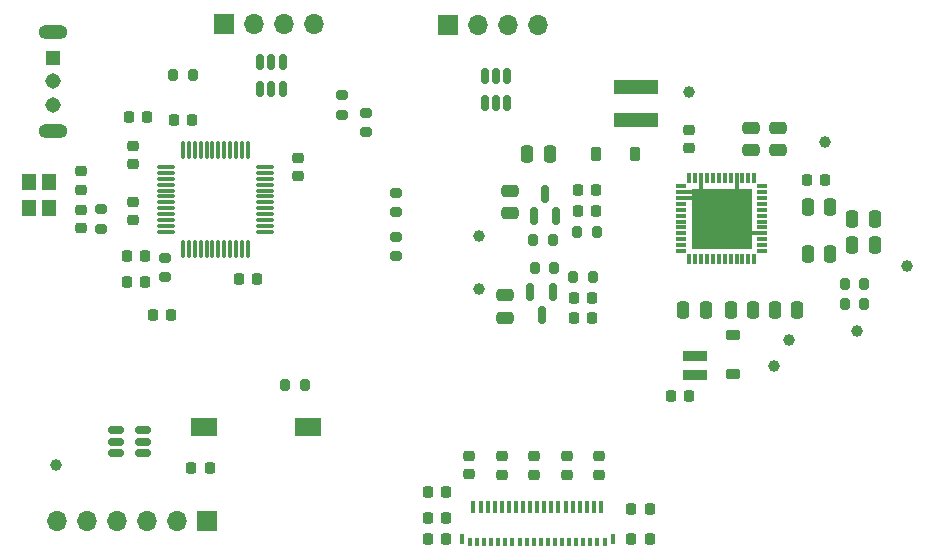
<source format=gbr>
%TF.GenerationSoftware,KiCad,Pcbnew,7.0.1*%
%TF.CreationDate,2023-04-19T22:54:29+02:00*%
%TF.ProjectId,ED060SC4_SPI_driver_board,45443036-3053-4433-945f-5350495f6472,rev?*%
%TF.SameCoordinates,Original*%
%TF.FileFunction,Copper,L1,Top*%
%TF.FilePolarity,Positive*%
%FSLAX46Y46*%
G04 Gerber Fmt 4.6, Leading zero omitted, Abs format (unit mm)*
G04 Created by KiCad (PCBNEW 7.0.1) date 2023-04-19 22:54:29*
%MOMM*%
%LPD*%
G01*
G04 APERTURE LIST*
G04 Aperture macros list*
%AMRoundRect*
0 Rectangle with rounded corners*
0 $1 Rounding radius*
0 $2 $3 $4 $5 $6 $7 $8 $9 X,Y pos of 4 corners*
0 Add a 4 corners polygon primitive as box body*
4,1,4,$2,$3,$4,$5,$6,$7,$8,$9,$2,$3,0*
0 Add four circle primitives for the rounded corners*
1,1,$1+$1,$2,$3*
1,1,$1+$1,$4,$5*
1,1,$1+$1,$6,$7*
1,1,$1+$1,$8,$9*
0 Add four rect primitives between the rounded corners*
20,1,$1+$1,$2,$3,$4,$5,0*
20,1,$1+$1,$4,$5,$6,$7,0*
20,1,$1+$1,$6,$7,$8,$9,0*
20,1,$1+$1,$8,$9,$2,$3,0*%
G04 Aperture macros list end*
%TA.AperFunction,SMDPad,CuDef*%
%ADD10C,1.000000*%
%TD*%
%TA.AperFunction,SMDPad,CuDef*%
%ADD11RoundRect,0.007800X0.422200X0.122200X-0.422200X0.122200X-0.422200X-0.122200X0.422200X-0.122200X0*%
%TD*%
%TA.AperFunction,SMDPad,CuDef*%
%ADD12RoundRect,0.007800X-0.122200X0.422200X-0.122200X-0.422200X0.122200X-0.422200X0.122200X0.422200X0*%
%TD*%
%TA.AperFunction,SMDPad,CuDef*%
%ADD13R,5.150000X5.150000*%
%TD*%
%TA.AperFunction,SMDPad,CuDef*%
%ADD14RoundRect,0.200000X0.200000X0.275000X-0.200000X0.275000X-0.200000X-0.275000X0.200000X-0.275000X0*%
%TD*%
%TA.AperFunction,SMDPad,CuDef*%
%ADD15RoundRect,0.150000X0.150000X-0.587500X0.150000X0.587500X-0.150000X0.587500X-0.150000X-0.587500X0*%
%TD*%
%TA.AperFunction,SMDPad,CuDef*%
%ADD16RoundRect,0.250000X-0.475000X0.250000X-0.475000X-0.250000X0.475000X-0.250000X0.475000X0.250000X0*%
%TD*%
%TA.AperFunction,SMDPad,CuDef*%
%ADD17RoundRect,0.225000X0.225000X0.250000X-0.225000X0.250000X-0.225000X-0.250000X0.225000X-0.250000X0*%
%TD*%
%TA.AperFunction,ComponentPad*%
%ADD18R,1.700000X1.700000*%
%TD*%
%TA.AperFunction,ComponentPad*%
%ADD19O,1.700000X1.700000*%
%TD*%
%TA.AperFunction,SMDPad,CuDef*%
%ADD20R,1.200000X1.400000*%
%TD*%
%TA.AperFunction,SMDPad,CuDef*%
%ADD21RoundRect,0.150000X-0.150000X0.512500X-0.150000X-0.512500X0.150000X-0.512500X0.150000X0.512500X0*%
%TD*%
%TA.AperFunction,SMDPad,CuDef*%
%ADD22RoundRect,0.150000X0.512500X0.150000X-0.512500X0.150000X-0.512500X-0.150000X0.512500X-0.150000X0*%
%TD*%
%TA.AperFunction,SMDPad,CuDef*%
%ADD23RoundRect,0.075000X-0.662500X-0.075000X0.662500X-0.075000X0.662500X0.075000X-0.662500X0.075000X0*%
%TD*%
%TA.AperFunction,SMDPad,CuDef*%
%ADD24RoundRect,0.075000X-0.075000X-0.662500X0.075000X-0.662500X0.075000X0.662500X-0.075000X0.662500X0*%
%TD*%
%TA.AperFunction,SMDPad,CuDef*%
%ADD25R,2.200000X1.600000*%
%TD*%
%TA.AperFunction,ComponentPad*%
%ADD26R,1.308000X1.308000*%
%TD*%
%TA.AperFunction,ComponentPad*%
%ADD27C,1.308000*%
%TD*%
%TA.AperFunction,ComponentPad*%
%ADD28O,2.460000X1.230000*%
%TD*%
%TA.AperFunction,SMDPad,CuDef*%
%ADD29RoundRect,0.200000X-0.275000X0.200000X-0.275000X-0.200000X0.275000X-0.200000X0.275000X0.200000X0*%
%TD*%
%TA.AperFunction,SMDPad,CuDef*%
%ADD30RoundRect,0.200000X-0.200000X-0.275000X0.200000X-0.275000X0.200000X0.275000X-0.200000X0.275000X0*%
%TD*%
%TA.AperFunction,SMDPad,CuDef*%
%ADD31RoundRect,0.200000X0.275000X-0.200000X0.275000X0.200000X-0.275000X0.200000X-0.275000X-0.200000X0*%
%TD*%
%TA.AperFunction,SMDPad,CuDef*%
%ADD32R,3.700000X1.200000*%
%TD*%
%TA.AperFunction,SMDPad,CuDef*%
%ADD33R,2.000000X0.850000*%
%TD*%
%TA.AperFunction,SMDPad,CuDef*%
%ADD34R,0.300000X0.800000*%
%TD*%
%TA.AperFunction,SMDPad,CuDef*%
%ADD35R,0.300000X1.000000*%
%TD*%
%TA.AperFunction,SMDPad,CuDef*%
%ADD36R,0.400000X0.950000*%
%TD*%
%TA.AperFunction,SMDPad,CuDef*%
%ADD37RoundRect,0.150000X-0.150000X0.587500X-0.150000X-0.587500X0.150000X-0.587500X0.150000X0.587500X0*%
%TD*%
%TA.AperFunction,SMDPad,CuDef*%
%ADD38RoundRect,0.225000X0.225000X0.375000X-0.225000X0.375000X-0.225000X-0.375000X0.225000X-0.375000X0*%
%TD*%
%TA.AperFunction,SMDPad,CuDef*%
%ADD39RoundRect,0.225000X-0.375000X0.225000X-0.375000X-0.225000X0.375000X-0.225000X0.375000X0.225000X0*%
%TD*%
%TA.AperFunction,SMDPad,CuDef*%
%ADD40RoundRect,0.218750X0.218750X0.256250X-0.218750X0.256250X-0.218750X-0.256250X0.218750X-0.256250X0*%
%TD*%
%TA.AperFunction,SMDPad,CuDef*%
%ADD41RoundRect,0.225000X-0.250000X0.225000X-0.250000X-0.225000X0.250000X-0.225000X0.250000X0.225000X0*%
%TD*%
%TA.AperFunction,SMDPad,CuDef*%
%ADD42RoundRect,0.225000X0.250000X-0.225000X0.250000X0.225000X-0.250000X0.225000X-0.250000X-0.225000X0*%
%TD*%
%TA.AperFunction,SMDPad,CuDef*%
%ADD43RoundRect,0.225000X-0.225000X-0.250000X0.225000X-0.250000X0.225000X0.250000X-0.225000X0.250000X0*%
%TD*%
%TA.AperFunction,SMDPad,CuDef*%
%ADD44RoundRect,0.250000X-0.250000X-0.475000X0.250000X-0.475000X0.250000X0.475000X-0.250000X0.475000X0*%
%TD*%
%TA.AperFunction,SMDPad,CuDef*%
%ADD45RoundRect,0.250000X0.475000X-0.250000X0.475000X0.250000X-0.475000X0.250000X-0.475000X-0.250000X0*%
%TD*%
%TA.AperFunction,SMDPad,CuDef*%
%ADD46RoundRect,0.250000X0.250000X0.475000X-0.250000X0.475000X-0.250000X-0.475000X0.250000X-0.475000X0*%
%TD*%
%TA.AperFunction,Conductor*%
%ADD47C,0.300000*%
%TD*%
%TA.AperFunction,Conductor*%
%ADD48C,0.250000*%
%TD*%
G04 APERTURE END LIST*
D10*
%TO.P,TP9,1,1*%
%TO.N,/TPS_~{INT}*%
X122325000Y-79625000D03*
%TD*%
%TO.P,TP8,1,1*%
%TO.N,/TPS_PWRGOOD*%
X108075000Y-59375000D03*
%TD*%
%TO.P,TP7,1,1*%
%TO.N,VCOM*%
X119575000Y-63625000D03*
%TD*%
%TO.P,TP6,1,1*%
%TO.N,-20V*%
X90325000Y-71625000D03*
%TD*%
%TO.P,TP5,1,1*%
%TO.N,+22V*%
X90325000Y-76125000D03*
%TD*%
%TO.P,TP4,1,1*%
%TO.N,-15V*%
X126575000Y-74125000D03*
%TD*%
%TO.P,TP3,1,1*%
%TO.N,+15V*%
X116575000Y-80375000D03*
%TD*%
%TO.P,TP2,1,1*%
%TO.N,+3.3V_{EPD}*%
X115325000Y-82625000D03*
%TD*%
%TO.P,TP1,1,1*%
%TO.N,+3.3V*%
X54500000Y-91000000D03*
%TD*%
D11*
%TO.P,U1,1,VREF*%
%TO.N,/EPD Power Rails/VREF*%
X114310000Y-72875000D03*
%TO.P,U1,2,~{INT}*%
%TO.N,/TPS_~{INT}*%
X114310000Y-72375000D03*
%TO.P,U1,3,VNEG*%
%TO.N,-15V*%
X114310000Y-71875000D03*
%TO.P,U1,4,VNEG_IN*%
%TO.N,/EPD Power Rails/VN*%
X114310000Y-71375000D03*
%TO.P,U1,5,WAKEUP*%
%TO.N,/TPS_WAKEUP*%
X114310000Y-70875000D03*
%TO.P,U1,6,DGND*%
%TO.N,GND*%
X114310000Y-70375000D03*
%TO.P,U1,7,INT_LDO*%
%TO.N,/EPD Power Rails/INT_LDO*%
X114310000Y-69875000D03*
%TO.P,U1,8,AGND1*%
%TO.N,GND*%
X114310000Y-69375000D03*
%TO.P,U1,9,VNEG_DIS*%
%TO.N,unconnected-(U1-VNEG_DIS-Pad9)*%
X114310000Y-68875000D03*
%TO.P,U1,10,VIN*%
%TO.N,+3.3V*%
X114310000Y-68375000D03*
%TO.P,U1,11*%
%TO.N,N/C*%
X114310000Y-67875000D03*
%TO.P,U1,12,VCOM_CTRL*%
%TO.N,/TPS_VCOM_CTRL*%
X114310000Y-67375000D03*
D12*
%TO.P,U1,13*%
%TO.N,N/C*%
X113625000Y-66690000D03*
%TO.P,U1,14,VCOM_DIS*%
%TO.N,unconnected-(U1-VCOM_DIS-Pad14)*%
X113125000Y-66690000D03*
%TO.P,U1,15,VCOM*%
%TO.N,VCOM*%
X112625000Y-66690000D03*
%TO.P,U1,16,VCOM_PWR*%
%TO.N,/EPD Power Rails/VN*%
X112125000Y-66690000D03*
%TO.P,U1,17,SCL*%
%TO.N,/I2C1_SCL*%
X111625000Y-66690000D03*
%TO.P,U1,18,SDA*%
%TO.N,/I2C1_SDA*%
X111125000Y-66690000D03*
%TO.P,U1,19,VPOS_DIS*%
%TO.N,unconnected-(U1-VPOS_DIS-Pad19)*%
X110625000Y-66690000D03*
%TO.P,U1,20*%
%TO.N,N/C*%
X110125000Y-66690000D03*
%TO.P,U1,21,PWRUP*%
%TO.N,/TPS_PWRUP*%
X109625000Y-66690000D03*
%TO.P,U1,22,PBKG*%
%TO.N,/EPD Power Rails/VN*%
X109125000Y-66690000D03*
%TO.P,U1,23,PWR_GOOD*%
%TO.N,/TPS_PWRGOOD*%
X108625000Y-66690000D03*
%TO.P,U1,24,VIN_P*%
%TO.N,+3.3V*%
X108125000Y-66690000D03*
D11*
%TO.P,U1,25,VN_SW*%
%TO.N,/EPD Power Rails/VN_SW*%
X107440000Y-67375000D03*
%TO.P,U1,26,VN*%
%TO.N,/EPD Power Rails/VN*%
X107440000Y-67875000D03*
%TO.P,U1,27,VEE_IN*%
X107440000Y-68375000D03*
%TO.P,U1,28,VEE_DRV*%
%TO.N,/EPD Power Rails/VEE_DRV*%
X107440000Y-68875000D03*
%TO.P,U1,29,VEE_DIS*%
%TO.N,unconnected-(U1-VEE_DIS-Pad29)*%
X107440000Y-69375000D03*
%TO.P,U1,30,VEE_D*%
%TO.N,/EPD Power Rails/VEE_D*%
X107440000Y-69875000D03*
%TO.P,U1,31,VEE_FB*%
%TO.N,/EPD Power Rails/VEE_FB*%
X107440000Y-70375000D03*
%TO.P,U1,32,PGND2*%
%TO.N,GND*%
X107440000Y-70875000D03*
%TO.P,U1,33,VDDH_FB*%
%TO.N,/EPD Power Rails/VDDH_FB*%
X107440000Y-71375000D03*
%TO.P,U1,34,VDDH_D*%
%TO.N,/EPD Power Rails/VDDH_D*%
X107440000Y-71875000D03*
%TO.P,U1,35,VDDH_DIS*%
%TO.N,unconnected-(U1-VDDH_DIS-Pad35)*%
X107440000Y-72375000D03*
%TO.P,U1,36,VDDH_DRV*%
%TO.N,/EPD Power Rails/VDDH_DRV*%
X107440000Y-72875000D03*
D12*
%TO.P,U1,37,VDDH_IN*%
%TO.N,/EPD Power Rails/VB*%
X108125000Y-73560000D03*
%TO.P,U1,38*%
%TO.N,N/C*%
X108625000Y-73560000D03*
%TO.P,U1,39*%
X109125000Y-73560000D03*
%TO.P,U1,40,VB_SW*%
%TO.N,/EPD Power Rails/VB_SW*%
X109625000Y-73560000D03*
%TO.P,U1,41,PGDN1*%
%TO.N,GND*%
X110125000Y-73560000D03*
%TO.P,U1,42,VB*%
%TO.N,/EPD Power Rails/VB*%
X110625000Y-73560000D03*
%TO.P,U1,43,VPOS_IN*%
X111125000Y-73560000D03*
%TO.P,U1,44,VPOS*%
%TO.N,+15V*%
X111625000Y-73560000D03*
%TO.P,U1,45,VIN3P3*%
%TO.N,+3.3V*%
X112125000Y-73560000D03*
%TO.P,U1,46,V3P3*%
%TO.N,+3.3V_{EPD}*%
X112625000Y-73560000D03*
%TO.P,U1,47,TS*%
%TO.N,/EPD Power Rails/TS*%
X113125000Y-73560000D03*
%TO.P,U1,48,AGND2*%
%TO.N,GND*%
X113625000Y-73560000D03*
D13*
%TO.P,U1,49,SUBSTRATE*%
%TO.N,/EPD Power Rails/VN*%
X110875000Y-70125000D03*
%TD*%
D14*
%TO.P,R9,1*%
%TO.N,GND*%
X100306252Y-71226248D03*
%TO.P,R9,2*%
%TO.N,/EPD Power Rails/VEE_FB*%
X98656252Y-71226248D03*
%TD*%
%TO.P,R8,1*%
%TO.N,/EPD Power Rails/VEE_FB*%
X96556252Y-71976248D03*
%TO.P,R8,2*%
%TO.N,-20V*%
X94906252Y-71976248D03*
%TD*%
D15*
%TO.P,D1,1,A*%
%TO.N,-20V*%
X94975000Y-69940000D03*
%TO.P,D1,2,K*%
%TO.N,/EPD Power Rails/VEE_D*%
X96875000Y-69940000D03*
%TO.P,D1,3,common*%
%TO.N,/EPD Power Rails/vee_drv_0*%
X95925000Y-68065000D03*
%TD*%
D16*
%TO.P,C19,1*%
%TO.N,GND*%
X92981252Y-67776248D03*
%TO.P,C19,2*%
%TO.N,-20V*%
X92981252Y-69676248D03*
%TD*%
D17*
%TO.P,C16,1*%
%TO.N,GND*%
X100256252Y-69476248D03*
%TO.P,C16,2*%
%TO.N,/EPD Power Rails/VEE_D*%
X98706252Y-69476248D03*
%TD*%
%TO.P,C15,1*%
%TO.N,/EPD Power Rails/VEE_DRV*%
X100256252Y-67726248D03*
%TO.P,C15,2*%
%TO.N,/EPD Power Rails/vee_drv_0*%
X98706252Y-67726248D03*
%TD*%
D18*
%TO.P,J2,1,Pin_1*%
%TO.N,GND*%
X67293200Y-95750000D03*
D19*
%TO.P,J2,2,Pin_2*%
%TO.N,/SPI1_MOSI*%
X64753200Y-95750000D03*
%TO.P,J2,3,Pin_3*%
%TO.N,/SPI1_MISO*%
X62213200Y-95750000D03*
%TO.P,J2,4,Pin_4*%
%TO.N,/SPI1_SCK*%
X59673200Y-95750000D03*
%TO.P,J2,5,Pin_5*%
%TO.N,/~{SPI1_CS}*%
X57133200Y-95750000D03*
%TO.P,J2,6,Pin_6*%
%TO.N,+3.3V*%
X54593200Y-95750000D03*
%TD*%
D20*
%TO.P,Y1,1,1*%
%TO.N,/HSE_IN*%
X52250000Y-67050000D03*
%TO.P,Y1,2,2*%
%TO.N,GND*%
X52250000Y-69250000D03*
%TO.P,Y1,3,3*%
%TO.N,/HSE_OUT_CRYSTAL*%
X53950000Y-69250000D03*
%TO.P,Y1,4,4*%
%TO.N,GND*%
X53950000Y-67050000D03*
%TD*%
D21*
%TO.P,U5,1,I/O1*%
%TO.N,/USART1_RX*%
X92710000Y-58087500D03*
%TO.P,U5,2,GND*%
%TO.N,GND*%
X91760000Y-58087500D03*
%TO.P,U5,3,I/O2*%
%TO.N,/USART1_TX*%
X90810000Y-58087500D03*
%TO.P,U5,4,I/O2*%
X90810000Y-60362500D03*
%TO.P,U5,5,VBUS*%
%TO.N,+3.3V*%
X91760000Y-60362500D03*
%TO.P,U5,6,I/O1*%
%TO.N,/USART1_RX*%
X92710000Y-60362500D03*
%TD*%
%TO.P,U4,1,I/O1*%
%TO.N,/SWDIO*%
X73700000Y-56862500D03*
%TO.P,U4,2,GND*%
%TO.N,GND*%
X72750000Y-56862500D03*
%TO.P,U4,3,I/O2*%
%TO.N,/SWCLK*%
X71800000Y-56862500D03*
%TO.P,U4,4,I/O2*%
X71800000Y-59137500D03*
%TO.P,U4,5,VBUS*%
%TO.N,+3.3V*%
X72750000Y-59137500D03*
%TO.P,U4,6,I/O1*%
%TO.N,/SWDIO*%
X73700000Y-59137500D03*
%TD*%
D22*
%TO.P,U3,1,I/O1*%
%TO.N,/SPI1_MOSI*%
X61890700Y-89950000D03*
%TO.P,U3,2,GND*%
%TO.N,GND*%
X61890700Y-89000000D03*
%TO.P,U3,3,I/O2*%
%TO.N,/SPI1_MISO*%
X61890700Y-88050000D03*
%TO.P,U3,4,I/O3*%
%TO.N,/SPI1_SCK*%
X59615700Y-88050000D03*
%TO.P,U3,5,VBUS*%
%TO.N,+3.3V*%
X59615700Y-89000000D03*
%TO.P,U3,6,I/O4*%
%TO.N,/~{SPI1_CS}*%
X59615700Y-89950000D03*
%TD*%
D23*
%TO.P,U2,1,VBAT*%
%TO.N,+3.3V*%
X63837500Y-65750000D03*
%TO.P,U2,2,PC13*%
%TO.N,/EPD_OE*%
X63837500Y-66250000D03*
%TO.P,U2,3,PC14*%
%TO.N,/D0*%
X63837500Y-66750000D03*
%TO.P,U2,4,PC15*%
%TO.N,/D1*%
X63837500Y-67250000D03*
%TO.P,U2,5,PD0*%
%TO.N,/HSE_IN*%
X63837500Y-67750000D03*
%TO.P,U2,6,PD1*%
%TO.N,/HSE_OUT*%
X63837500Y-68250000D03*
%TO.P,U2,7,NRST*%
%TO.N,/NRST*%
X63837500Y-68750000D03*
%TO.P,U2,8,VSSA*%
%TO.N,GND*%
X63837500Y-69250000D03*
%TO.P,U2,9,VDDA*%
%TO.N,+3.3VA*%
X63837500Y-69750000D03*
%TO.P,U2,10,PA0*%
%TO.N,/EPD_CLK*%
X63837500Y-70250000D03*
%TO.P,U2,11,PA1*%
%TO.N,/EPD_SPH*%
X63837500Y-70750000D03*
%TO.P,U2,12,PA2*%
%TO.N,/EPD_LE*%
X63837500Y-71250000D03*
D24*
%TO.P,U2,13,PA3*%
%TO.N,unconnected-(U2-PA3-Pad13)*%
X65250000Y-72662500D03*
%TO.P,U2,14,PA4*%
%TO.N,/~{SPI1_CS}*%
X65750000Y-72662500D03*
%TO.P,U2,15,PA5*%
%TO.N,/SPI1_SCK*%
X66250000Y-72662500D03*
%TO.P,U2,16,PA6*%
%TO.N,/SPI1_MISO*%
X66750000Y-72662500D03*
%TO.P,U2,17,PA7*%
%TO.N,/SPI1_MOSI*%
X67250000Y-72662500D03*
%TO.P,U2,18,PB0*%
%TO.N,/D2*%
X67750000Y-72662500D03*
%TO.P,U2,19,PB1*%
%TO.N,/D3*%
X68250000Y-72662500D03*
%TO.P,U2,20,PB2*%
%TO.N,/D4*%
X68750000Y-72662500D03*
%TO.P,U2,21,PB10*%
%TO.N,/EPD_CKV*%
X69250000Y-72662500D03*
%TO.P,U2,22,PB11*%
%TO.N,/TPS_WAKEUP*%
X69750000Y-72662500D03*
%TO.P,U2,23,VSS*%
%TO.N,GND*%
X70250000Y-72662500D03*
%TO.P,U2,24,VDD*%
%TO.N,+3.3V*%
X70750000Y-72662500D03*
D23*
%TO.P,U2,25,PB12*%
%TO.N,/TPS_PWRUP*%
X72162500Y-71250000D03*
%TO.P,U2,26,PB13*%
%TO.N,/TPS_VCOM_CTRL*%
X72162500Y-70750000D03*
%TO.P,U2,27,PB14*%
%TO.N,/TPS_PWRGOOD*%
X72162500Y-70250000D03*
%TO.P,U2,28,PB15*%
%TO.N,/TPS_~{INT}*%
X72162500Y-69750000D03*
%TO.P,U2,29,PA8*%
%TO.N,unconnected-(U2-PA8-Pad29)*%
X72162500Y-69250000D03*
%TO.P,U2,30,PA9*%
%TO.N,/USART1_RX*%
X72162500Y-68750000D03*
%TO.P,U2,31,PA10*%
%TO.N,/USART1_TX*%
X72162500Y-68250000D03*
%TO.P,U2,32,PA11*%
%TO.N,unconnected-(U2-PA11-Pad32)*%
X72162500Y-67750000D03*
%TO.P,U2,33,PA12*%
%TO.N,unconnected-(U2-PA12-Pad33)*%
X72162500Y-67250000D03*
%TO.P,U2,34,PA13*%
%TO.N,/SWDIO*%
X72162500Y-66750000D03*
%TO.P,U2,35,VSS*%
%TO.N,GND*%
X72162500Y-66250000D03*
%TO.P,U2,36,VDD*%
%TO.N,+3.3V*%
X72162500Y-65750000D03*
D24*
%TO.P,U2,37,PA14*%
%TO.N,/SWCLK*%
X70750000Y-64337500D03*
%TO.P,U2,38,PA15*%
%TO.N,unconnected-(U2-PA15-Pad38)*%
X70250000Y-64337500D03*
%TO.P,U2,39,PB3*%
%TO.N,/D5*%
X69750000Y-64337500D03*
%TO.P,U2,40,PB4*%
%TO.N,/D6*%
X69250000Y-64337500D03*
%TO.P,U2,41,PB5*%
%TO.N,/D7*%
X68750000Y-64337500D03*
%TO.P,U2,42,PB6*%
%TO.N,/I2C1_SCL*%
X68250000Y-64337500D03*
%TO.P,U2,43,PB7*%
%TO.N,/I2C1_SDA*%
X67750000Y-64337500D03*
%TO.P,U2,44,BOOT0*%
%TO.N,/BOOT0*%
X67250000Y-64337500D03*
%TO.P,U2,45,PB8*%
%TO.N,/EPD_GMODE*%
X66750000Y-64337500D03*
%TO.P,U2,46,PB9*%
%TO.N,/EPD_SPV*%
X66250000Y-64337500D03*
%TO.P,U2,47,VSS*%
%TO.N,GND*%
X65750000Y-64337500D03*
%TO.P,U2,48,VDD*%
%TO.N,+3.3V*%
X65250000Y-64337500D03*
%TD*%
D14*
%TO.P,TH1,1*%
%TO.N,GND*%
X122950000Y-75625000D03*
%TO.P,TH1,2*%
%TO.N,/EPD Power Rails/TS*%
X121300000Y-75625000D03*
%TD*%
D25*
%TO.P,SW2,1*%
%TO.N,/PWR_ON_LED*%
X67003200Y-87750000D03*
%TO.P,SW2,2*%
%TO.N,Net-(R3-Pad1)*%
X75803200Y-87750000D03*
%TD*%
D26*
%TO.P,SW1,1,A*%
%TO.N,GND*%
X54250000Y-56500000D03*
D27*
%TO.P,SW1,2,B*%
%TO.N,/SW_BOOT0*%
X54250000Y-58500000D03*
%TO.P,SW1,3,C*%
%TO.N,+3.3V*%
X54250000Y-60500000D03*
D28*
%TO.P,SW1,S1*%
%TO.N,N/C*%
X54250000Y-54300000D03*
%TO.P,SW1,S2*%
X54250000Y-62700000D03*
%TD*%
D29*
%TO.P,R14,1*%
%TO.N,+3.3V*%
X78750000Y-59675000D03*
%TO.P,R14,2*%
%TO.N,/I2C1_SDA*%
X78750000Y-61325000D03*
%TD*%
%TO.P,R12,1*%
%TO.N,+3.3V*%
X80750000Y-61175000D03*
%TO.P,R12,2*%
%TO.N,/I2C1_SCL*%
X80750000Y-62825000D03*
%TD*%
D30*
%TO.P,R10,1*%
%TO.N,/SW_BOOT0*%
X64425000Y-58000000D03*
%TO.P,R10,2*%
%TO.N,/BOOT0*%
X66075000Y-58000000D03*
%TD*%
D31*
%TO.P,R7,1*%
%TO.N,+3.3V*%
X83250000Y-73325000D03*
%TO.P,R7,2*%
%TO.N,/TPS_PWRGOOD*%
X83250000Y-71675000D03*
%TD*%
D29*
%TO.P,R6,1*%
%TO.N,+3.3V*%
X83250000Y-67925000D03*
%TO.P,R6,2*%
%TO.N,/TPS_~{INT}*%
X83250000Y-69575000D03*
%TD*%
D31*
%TO.P,R5,2*%
%TO.N,/HSE_OUT*%
X58350000Y-69325000D03*
%TO.P,R5,1*%
%TO.N,/HSE_OUT_CRYSTAL*%
X58350000Y-70975000D03*
%TD*%
D14*
%TO.P,R4,1*%
%TO.N,GND*%
X122950000Y-77375000D03*
%TO.P,R4,2*%
%TO.N,/EPD Power Rails/TS*%
X121300000Y-77375000D03*
%TD*%
%TO.P,R3,1*%
%TO.N,Net-(R3-Pad1)*%
X75575000Y-84250000D03*
%TO.P,R3,2*%
%TO.N,GND*%
X73925000Y-84250000D03*
%TD*%
%TO.P,R2,1*%
%TO.N,GND*%
X99950000Y-75062500D03*
%TO.P,R2,2*%
%TO.N,/EPD Power Rails/VDDH_FB*%
X98300000Y-75062500D03*
%TD*%
%TO.P,R1,2*%
%TO.N,+22V*%
X95050000Y-74312500D03*
%TO.P,R1,1*%
%TO.N,/EPD Power Rails/VDDH_FB*%
X96700000Y-74312500D03*
%TD*%
D32*
%TO.P,L2,1,1*%
%TO.N,GND*%
X103625000Y-58975000D03*
%TO.P,L2,2,2*%
%TO.N,/EPD Power Rails/VN_SW*%
X103625000Y-61775000D03*
%TD*%
D33*
%TO.P,L1,1,1*%
%TO.N,+3.3V*%
X108575000Y-83375000D03*
%TO.P,L1,2,2*%
%TO.N,/EPD Power Rails/VB_SW*%
X108575000Y-81725000D03*
%TD*%
D18*
%TO.P,J4,1,Pin_1*%
%TO.N,GND*%
X68700000Y-53612500D03*
D19*
%TO.P,J4,2,Pin_2*%
%TO.N,/SWCLK*%
X71240000Y-53612500D03*
%TO.P,J4,3,Pin_3*%
%TO.N,/SWDIO*%
X73780000Y-53612500D03*
%TO.P,J4,4,Pin_4*%
%TO.N,+3.3V*%
X76320000Y-53612500D03*
%TD*%
%TO.P,J3,4,Pin_4*%
%TO.N,+3.3V*%
X95330000Y-53725000D03*
%TO.P,J3,3,Pin_3*%
%TO.N,/USART1_RX*%
X92790000Y-53725000D03*
%TO.P,J3,2,Pin_2*%
%TO.N,/USART1_TX*%
X90250000Y-53725000D03*
D18*
%TO.P,J3,1,Pin_1*%
%TO.N,GND*%
X87710000Y-53725000D03*
%TD*%
D34*
%TO.P,J1,1,VNEG*%
%TO.N,-15V*%
X89550000Y-97500000D03*
D35*
%TO.P,J1,2,VPOS*%
%TO.N,+15V*%
X89850000Y-94500000D03*
D34*
%TO.P,J1,3,GND*%
%TO.N,GND*%
X90150000Y-97500000D03*
D35*
%TO.P,J1,4,VDD*%
%TO.N,+3.3V_{EPD}*%
X90450000Y-94500000D03*
D34*
%TO.P,J1,5,CLK*%
%TO.N,/EPD_CLK*%
X90750000Y-97500000D03*
D35*
%TO.P,J1,6,LE*%
%TO.N,/EPD_LE*%
X91050000Y-94500000D03*
D34*
%TO.P,J1,7,OE*%
%TO.N,/EPD_OE*%
X91350000Y-97500000D03*
D35*
%TO.P,J1,8,SHR*%
%TO.N,+3.3V_{EPD}*%
X91650000Y-94500000D03*
D34*
%TO.P,J1,9,CE1*%
%TO.N,GND*%
X91950000Y-97500000D03*
D35*
%TO.P,J1,10,CE2*%
%TO.N,+3.3V_{EPD}*%
X92250000Y-94500000D03*
D34*
%TO.P,J1,11,SPH*%
%TO.N,/EPD_SPH*%
X92550000Y-97500000D03*
D35*
%TO.P,J1,12,D0*%
%TO.N,/D0*%
X92850000Y-94500000D03*
D34*
%TO.P,J1,13,D1*%
%TO.N,/D1*%
X93150000Y-97500000D03*
D35*
%TO.P,J1,14,D2*%
%TO.N,/D2*%
X93450000Y-94500000D03*
D34*
%TO.P,J1,15,D3*%
%TO.N,/D3*%
X93750000Y-97500000D03*
D35*
%TO.P,J1,16,D4*%
%TO.N,/D4*%
X94050000Y-94500000D03*
D34*
%TO.P,J1,17,D5*%
%TO.N,/D5*%
X94350000Y-97500000D03*
D35*
%TO.P,J1,18,D6*%
%TO.N,/D6*%
X94650000Y-94500000D03*
D34*
%TO.P,J1,19,D7*%
%TO.N,/D7*%
X94950000Y-97500000D03*
D35*
%TO.P,J1,20,NC*%
%TO.N,unconnected-(J1-NC-Pad20)*%
X95250000Y-94500000D03*
D34*
%TO.P,J1,21,NC*%
%TO.N,unconnected-(J1-NC-Pad21)*%
X95550000Y-97500000D03*
D35*
%TO.P,J1,22,VCOM*%
%TO.N,VCOM*%
X95850000Y-94500000D03*
D34*
%TO.P,J1,23,GVDD*%
%TO.N,+22V*%
X96150000Y-97500000D03*
D35*
%TO.P,J1,24,GVEE*%
%TO.N,-20V*%
X96450000Y-94500000D03*
D34*
%TO.P,J1,25,NC*%
%TO.N,unconnected-(J1-NC-Pad25)*%
X96750000Y-97500000D03*
D35*
%TO.P,J1,26,NC*%
%TO.N,unconnected-(J1-NC-Pad26)*%
X97050000Y-94500000D03*
D34*
%TO.P,J1,27,GMODE2*%
%TO.N,/EPD_GMODE*%
X97350000Y-97500000D03*
D35*
%TO.P,J1,28,GMODE1*%
X97650000Y-94500000D03*
D34*
%TO.P,J1,29,RL*%
%TO.N,+3.3V_{EPD}*%
X97950000Y-97500000D03*
D35*
%TO.P,J1,30,U1CE2*%
X98250000Y-94500000D03*
D34*
%TO.P,J1,31,U1CE1*%
%TO.N,GND*%
X98550000Y-97500000D03*
D35*
%TO.P,J1,32,U1SPV*%
%TO.N,/EPD_SPV*%
X98850000Y-94500000D03*
D34*
%TO.P,J1,33,U1CKV*%
%TO.N,/EPD_CKV*%
X99150000Y-97500000D03*
D35*
%TO.P,J1,34,VBORDER*%
%TO.N,GND*%
X99450000Y-94500000D03*
D34*
%TO.P,J1,35,U2CE2*%
%TO.N,+3.3V_{EPD}*%
X99750000Y-97500000D03*
D35*
%TO.P,J1,36,U2CE1*%
X100050000Y-94500000D03*
D34*
%TO.P,J1,37,U2SPV*%
%TO.N,/EPD_SPV*%
X100350000Y-97500000D03*
D35*
%TO.P,J1,38,U2CKV*%
%TO.N,/EPD_CKV*%
X100650000Y-94500000D03*
D34*
%TO.P,J1,39,NC*%
%TO.N,unconnected-(J1-NC-Pad39)*%
X100950000Y-97500000D03*
D36*
%TO.P,J1,S1*%
%TO.N,N/C*%
X88850000Y-97225000D03*
%TO.P,J1,S2*%
X101650000Y-97225000D03*
%TD*%
D29*
%TO.P,FB1,1*%
%TO.N,+3.3VA*%
X63750000Y-73425000D03*
%TO.P,FB1,2*%
%TO.N,+3.3V*%
X63750000Y-75075000D03*
%TD*%
D37*
%TO.P,D8,1,A*%
%TO.N,/EPD Power Rails/VDDH_D*%
X96575000Y-76375000D03*
%TO.P,D8,2,K*%
%TO.N,+22V*%
X94675000Y-76375000D03*
%TO.P,D8,3,common*%
%TO.N,/EPD Power Rails/vddh_drv_0*%
X95625000Y-78250000D03*
%TD*%
D38*
%TO.P,D4,1,K*%
%TO.N,/EPD Power Rails/VN_SW*%
X103525000Y-64625000D03*
%TO.P,D4,2,A*%
%TO.N,/EPD Power Rails/VN*%
X100225000Y-64625000D03*
%TD*%
D39*
%TO.P,D3,1,K*%
%TO.N,/EPD Power Rails/VB*%
X111825000Y-79975000D03*
%TO.P,D3,2,A*%
%TO.N,/EPD Power Rails/VB_SW*%
X111825000Y-83275000D03*
%TD*%
D40*
%TO.P,D2,1,K*%
%TO.N,/PWR_ON_LED*%
X67537500Y-91250000D03*
%TO.P,D2,2,A*%
%TO.N,+3.3V*%
X65962500Y-91250000D03*
%TD*%
D41*
%TO.P,C41,1*%
%TO.N,-20V*%
X97750000Y-90250000D03*
%TO.P,C41,2*%
%TO.N,GND*%
X97750000Y-91800000D03*
%TD*%
D17*
%TO.P,C39,1*%
%TO.N,-15V*%
X87525000Y-97250000D03*
%TO.P,C39,2*%
%TO.N,GND*%
X85975000Y-97250000D03*
%TD*%
D42*
%TO.P,C38,1*%
%TO.N,+15V*%
X89500000Y-91750000D03*
%TO.P,C38,2*%
%TO.N,GND*%
X89500000Y-90200000D03*
%TD*%
D43*
%TO.P,C37,1*%
%TO.N,+3.3V_{EPD}*%
X85975000Y-95500000D03*
%TO.P,C37,2*%
%TO.N,GND*%
X87525000Y-95500000D03*
%TD*%
D17*
%TO.P,C36,1*%
%TO.N,+3.3V_{EPD}*%
X87525000Y-93250000D03*
%TO.P,C36,2*%
%TO.N,GND*%
X85975000Y-93250000D03*
%TD*%
D43*
%TO.P,C35,1*%
%TO.N,+3.3V_{EPD}*%
X103225000Y-94750000D03*
%TO.P,C35,2*%
%TO.N,GND*%
X104775000Y-94750000D03*
%TD*%
D42*
%TO.P,C34,1*%
%TO.N,+3.3V_{EPD}*%
X100500000Y-91800000D03*
%TO.P,C34,2*%
%TO.N,GND*%
X100500000Y-90250000D03*
%TD*%
%TO.P,C33,1*%
%TO.N,+3.3V_{EPD}*%
X92250000Y-91800000D03*
%TO.P,C33,2*%
%TO.N,GND*%
X92250000Y-90250000D03*
%TD*%
D43*
%TO.P,C32,1*%
%TO.N,+3.3V_{EPD}*%
X103225000Y-97250000D03*
%TO.P,C32,2*%
%TO.N,GND*%
X104775000Y-97250000D03*
%TD*%
D42*
%TO.P,C31,1*%
%TO.N,+3.3V_{EPD}*%
X95000000Y-91800000D03*
%TO.P,C31,2*%
%TO.N,GND*%
X95000000Y-90250000D03*
%TD*%
D41*
%TO.P,C30,2*%
%TO.N,/HSE_OUT_CRYSTAL*%
X56600000Y-70925000D03*
%TO.P,C30,1*%
%TO.N,GND*%
X56600000Y-69375000D03*
%TD*%
%TO.P,C29,1*%
%TO.N,GND*%
X56600000Y-66125000D03*
%TO.P,C29,2*%
%TO.N,/HSE_IN*%
X56600000Y-67675000D03*
%TD*%
D43*
%TO.P,C28,1*%
%TO.N,GND*%
X62725000Y-78250000D03*
%TO.P,C28,2*%
%TO.N,/NRST*%
X64275000Y-78250000D03*
%TD*%
D17*
%TO.P,C27,1*%
%TO.N,+3.3V*%
X62025000Y-75500000D03*
%TO.P,C27,2*%
%TO.N,GND*%
X60475000Y-75500000D03*
%TD*%
%TO.P,C26,1*%
%TO.N,+3.3VA*%
X62025000Y-73250000D03*
%TO.P,C26,2*%
%TO.N,GND*%
X60475000Y-73250000D03*
%TD*%
D42*
%TO.P,C25,1*%
%TO.N,+3.3VA*%
X61000000Y-70275000D03*
%TO.P,C25,2*%
%TO.N,GND*%
X61000000Y-68725000D03*
%TD*%
D17*
%TO.P,C24,2*%
%TO.N,GND*%
X60700000Y-61500000D03*
%TO.P,C24,1*%
%TO.N,+3.3V*%
X62250000Y-61500000D03*
%TD*%
D41*
%TO.P,C23,1*%
%TO.N,+3.3V*%
X75000000Y-64975000D03*
%TO.P,C23,2*%
%TO.N,GND*%
X75000000Y-66525000D03*
%TD*%
D43*
%TO.P,C22,1*%
%TO.N,+3.3V*%
X64475000Y-61750000D03*
%TO.P,C22,2*%
%TO.N,GND*%
X66025000Y-61750000D03*
%TD*%
D17*
%TO.P,C21,1*%
%TO.N,+3.3V*%
X71525000Y-75250000D03*
%TO.P,C21,2*%
%TO.N,GND*%
X69975000Y-75250000D03*
%TD*%
D42*
%TO.P,C20,1*%
%TO.N,+3.3V*%
X61000000Y-65525000D03*
%TO.P,C20,2*%
%TO.N,GND*%
X61000000Y-63975000D03*
%TD*%
D44*
%TO.P,C18,1*%
%TO.N,GND*%
X94425000Y-64625000D03*
%TO.P,C18,2*%
%TO.N,/EPD Power Rails/VN*%
X96325000Y-64625000D03*
%TD*%
D41*
%TO.P,C17,1*%
%TO.N,GND*%
X108125000Y-62600000D03*
%TO.P,C17,2*%
%TO.N,+3.3V*%
X108125000Y-64150000D03*
%TD*%
D45*
%TO.P,C14,1*%
%TO.N,/EPD Power Rails/VN*%
X113375000Y-64325000D03*
%TO.P,C14,2*%
%TO.N,GND*%
X113375000Y-62425000D03*
%TD*%
D44*
%TO.P,C13,1*%
%TO.N,/EPD Power Rails/VREF*%
X118175000Y-73125000D03*
%TO.P,C13,2*%
%TO.N,GND*%
X120075000Y-73125000D03*
%TD*%
%TO.P,C12,1*%
%TO.N,/EPD Power Rails/INT_LDO*%
X118175000Y-69125000D03*
%TO.P,C12,2*%
%TO.N,GND*%
X120075000Y-69125000D03*
%TD*%
%TO.P,C11,1*%
%TO.N,-15V*%
X121925000Y-72375000D03*
%TO.P,C11,2*%
%TO.N,GND*%
X123825000Y-72375000D03*
%TD*%
%TO.P,C10,1*%
%TO.N,/EPD Power Rails/VN*%
X121925000Y-70125000D03*
%TO.P,C10,2*%
%TO.N,GND*%
X123825000Y-70125000D03*
%TD*%
D17*
%TO.P,C9,1*%
%TO.N,GND*%
X99900000Y-76812500D03*
%TO.P,C9,2*%
%TO.N,/EPD Power Rails/VDDH_D*%
X98350000Y-76812500D03*
%TD*%
D46*
%TO.P,C8,1*%
%TO.N,GND*%
X113525000Y-77875000D03*
%TO.P,C8,2*%
%TO.N,/EPD Power Rails/VB*%
X111625000Y-77875000D03*
%TD*%
D43*
%TO.P,C7,1*%
%TO.N,/EPD Power Rails/vddh_drv_0*%
X98350000Y-78562500D03*
%TO.P,C7,2*%
%TO.N,/EPD Power Rails/VDDH_DRV*%
X99900000Y-78562500D03*
%TD*%
D44*
%TO.P,C6,1*%
%TO.N,GND*%
X107625000Y-77875000D03*
%TO.P,C6,2*%
%TO.N,/EPD Power Rails/VB*%
X109525000Y-77875000D03*
%TD*%
D43*
%TO.P,C5,1*%
%TO.N,GND*%
X106575000Y-85125000D03*
%TO.P,C5,2*%
%TO.N,+3.3V*%
X108125000Y-85125000D03*
%TD*%
D44*
%TO.P,C4,2*%
%TO.N,GND*%
X117275000Y-77875000D03*
%TO.P,C4,1*%
%TO.N,+15V*%
X115375000Y-77875000D03*
%TD*%
D45*
%TO.P,C3,1*%
%TO.N,VCOM*%
X115625000Y-64325000D03*
%TO.P,C3,2*%
%TO.N,GND*%
X115625000Y-62425000D03*
%TD*%
D43*
%TO.P,C2,1*%
%TO.N,+3.3V*%
X118100000Y-66875000D03*
%TO.P,C2,2*%
%TO.N,GND*%
X119650000Y-66875000D03*
%TD*%
D45*
%TO.P,C1,1*%
%TO.N,GND*%
X92550000Y-78512500D03*
%TO.P,C1,2*%
%TO.N,+22V*%
X92550000Y-76612500D03*
%TD*%
D47*
%TO.N,/EPD Power Rails/VN*%
X112125000Y-66690000D02*
X112125000Y-68875000D01*
X112125000Y-68875000D02*
X110875000Y-70125000D01*
X107440000Y-68375000D02*
X109125000Y-68375000D01*
X109125000Y-68375000D02*
X110875000Y-70125000D01*
X107440000Y-67875000D02*
X108625000Y-67875000D01*
X108625000Y-67875000D02*
X110875000Y-70125000D01*
X114310000Y-71375000D02*
X112125000Y-71375000D01*
X112125000Y-71375000D02*
X110875000Y-70125000D01*
X109125000Y-66690000D02*
X109125000Y-68375000D01*
D48*
%TO.N,/EPD_SPV*%
X98850000Y-94500000D02*
X98750000Y-94400000D01*
%TD*%
M02*

</source>
